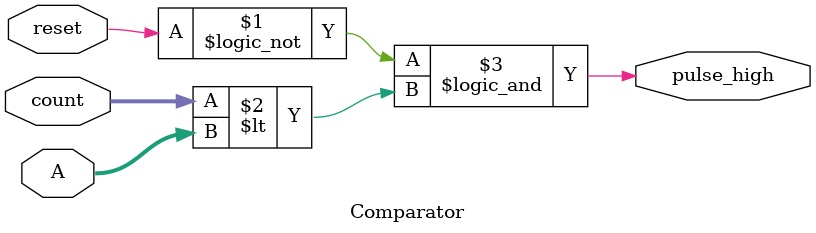
<source format=sv>
`timescale 1ns / 1ps


module Comparator(
    input logic [13:0] A, 
    input logic [13:0] count, 
    input logic reset,
    output logic pulse_high 

    );
    
    assign pulse_high =  !reset && (count < A);
endmodule

</source>
